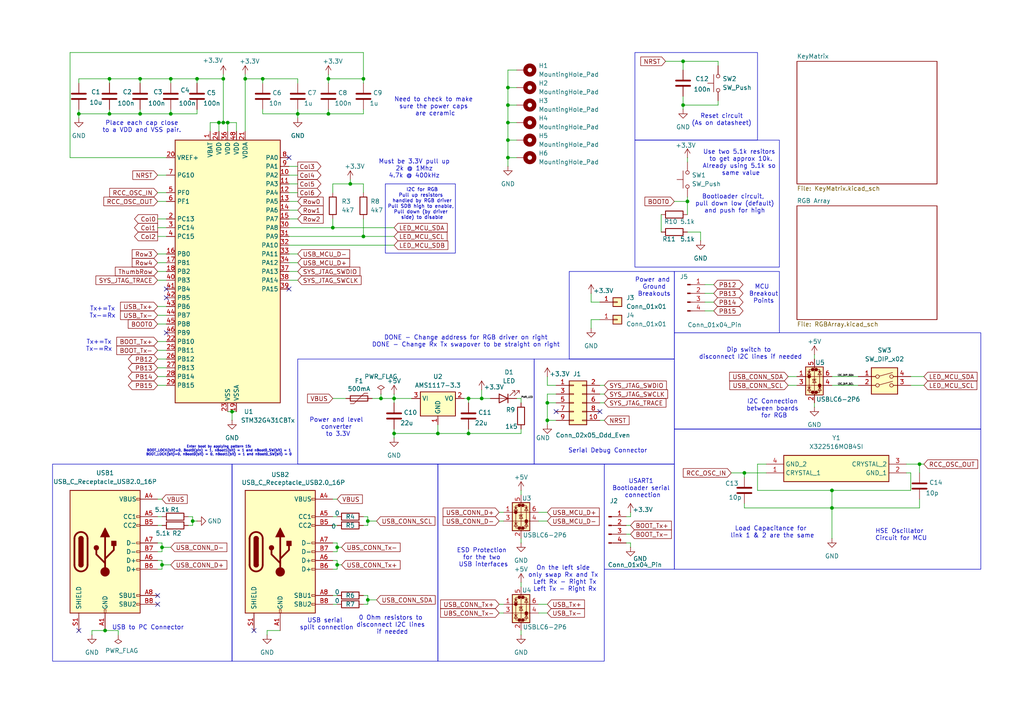
<source format=kicad_sch>
(kicad_sch (version 20250114) (generator "eeschema") (generator_version "9.0")
  (paper "A4")
  (rectangle (start 175.26 134.62) (end 195.58 165.1))
  (rectangle (start 195.58 96.52) (end 284.48 124.46))
  (rectangle (start 184.15 40.64) (end 226.06 77.47))
  (rectangle (start 86.36 104.14) (end 154.94 134.62))
  (rectangle (start 111.76 53.34) (end 132.08 73.406))
  (rectangle (start 67.31 134.62) (end 127 191.77))
  (rectangle (start 154.94 104.14) (end 195.58 134.62))
  (rectangle (start 127 134.62) (end 175.26 191.77))
  (rectangle (start 195.58 124.46) (end 284.48 165.1))
  (rectangle (start 184.15 15.24) (end 219.71 40.64))
  (rectangle (start 165.1 78.74) (end 195.58 104.14))
  (rectangle (start 195.58 78.74) (end 226.06 96.52))
  (rectangle (start 15.24 134.62) (end 67.31 191.77))
  (text "Serial Debug Connector\n" (at 176.276 130.81 0) (effects (font (size 1.27 1.27))))
  (text "Enter boot by applying pattern 15:\nBOOT_LOCK(bit)=0, Boot0(pin) = 1, nBoot1(bit) = 1 and nBoot0_SW(bit) = 1\nBOOT_LOCK(bit)=0, nBoot0(bit) = 0, nBoot1(bit) = 1 and nBoot0_SW(bit) = 0" (at 63.5 130.81 0) (effects (font (size 0.7 0.7))))
  (text "USB to PC Connector\n" (at 42.926 182.118 0) (effects (font (size 1.27 1.27))))
  (text "0 Ohm resistors to \ndisconnect I2C lines \nif needed" (at 113.792 181.356 0) (effects (font (size 1.27 1.27))))
  (text "DONE - Change address for RGB driver on right\nDONE - Change Rx Tx swapover to be straight on right" (at 135.128 99.06 0) (effects (font (size 1.27 1.27))))
  (text "Tx+=Tx\nTx-=Rx" (at 28.702 100.33 0) (effects (font (size 1.27 1.27))))
  (text "Need to check to make \nsure the power caps \nare ceramic" (at 126.238 30.988 0) (effects (font (size 1.27 1.27))))
  (text "HSE Oscillator \nCircuit for MCU" (at 261.366 155.194 0) (effects (font (size 1.27 1.27))))
  (text "I2C Connection \nbetween boards \nfor RGB" (at 224.536 118.618 0) (effects (font (size 1.27 1.27))))
  (text "MCU \nBreakout\nPoints" (at 221.488 85.344 0) (effects (font (size 1.27 1.27))))
  (text "I2C for RGB\nPull up resistors \nhandled by RGB driver\nPull SDB high to enable, \nPull down (by driver \nside) to disable" (at 122.428 59.182 0) (effects (font (size 1 1))))
  (text "Use two 5.1k resitors \nto get approx 10k.\nAlready using 5.1k so \nsame value\n" (at 214.884 47.244 0) (effects (font (size 1.27 1.27))))
  (text "Power and \nGround\nBreakouts\n" (at 189.738 83.312 0) (effects (font (size 1.27 1.27))))
  (text "Tx+=Tx\nTx-=Rx" (at 29.718 90.678 0) (effects (font (size 1.27 1.27))))
  (text "Dip switch to \ndisconnect I2C lines if needed" (at 217.678 102.616 0) (effects (font (size 1.27 1.27))))
  (text "ESD Protection \nfor the two \nUSB interfaces" (at 140.208 161.798 0) (effects (font (size 1.27 1.27))))
  (text "Load Capacitance for \nlink 1 & 2 are the same" (at 224.028 154.432 0) (effects (font (size 1.27 1.27))))
  (text "On the left side \nonly swap Rx and Tx \nLeft Rx - Right Tx\nLeft Tx - Right Rx" (at 163.83 167.894 0) (effects (font (size 1.27 1.27))))
  (text "Bootloader circuit, \npull down low (default)\nand push for high" (at 213.106 59.182 0) (effects (font (size 1.27 1.27))))
  (text "Must be 3.3V pull up\n2k @ 1Mhz\n4.7k @ 400kHz\n" (at 120.142 49.022 0) (effects (font (size 1.27 1.27))))
  (text "Power and level \nconverter \nto 3.3V" (at 98.044 123.952 0) (effects (font (size 1.27 1.27))))
  (text "USART1\nBootloader serial\n connection" (at 185.928 141.732 0) (effects (font (size 1.27 1.27))))
  (text "Place each cap close\nto a VDD and VSS pair." (at 41.148 36.83 0) (effects (font (size 1.27 1.27))))
  (text "USB serial \nsplit connection" (at 94.742 181.102 0) (effects (font (size 1.27 1.27))))
  (text "Reset circuit\n(As on datasheet)\n" (at 209.296 34.798 0) (effects (font (size 1.27 1.27))))
  (junction (at 49.53 33.02))
  (junction (at 215.9 137.16))
  (junction (at 96.52 66.04))
  (junction (at 57.15 22.86))
  (junction (at 86.36 33.02))
  (junction (at 55.88 151.13))
  (junction (at 63.5 35.56))
  (junction (at 76.2 22.86))
  (junction (at 147.32 35.56))
  (junction (at 66.04 35.56))
  (junction (at 31.75 33.02))
  (junction (at 158.75 121.92))
  (junction (at 114.3 125.73))
  (junction (at 139.7 115.57))
  (junction (at 147.32 40.64))
  (junction (at 135.89 125.73))
  (junction (at 241.3 147.32))
  (junction (at 114.3 115.57))
  (junction (at 127 125.73))
  (junction (at 105.41 22.86))
  (junction (at 266.7 134.62))
  (junction (at 95.25 22.86))
  (junction (at 64.77 35.56))
  (junction (at 46.99 163.83))
  (junction (at 241.3 142.24))
  (junction (at 49.53 22.86))
  (junction (at 106.68 173.99))
  (junction (at 64.77 22.86))
  (junction (at 71.12 22.86))
  (junction (at 105.41 68.58))
  (junction (at 135.89 115.57))
  (junction (at 97.79 163.83))
  (junction (at 198.12 17.78))
  (junction (at 110.49 115.57))
  (junction (at 106.68 151.13))
  (junction (at 40.64 33.02))
  (junction (at 40.64 22.86))
  (junction (at 22.86 33.02))
  (junction (at 31.75 22.86))
  (junction (at 198.12 30.48))
  (junction (at 95.25 33.02))
  (junction (at 199.39 58.42))
  (junction (at 147.32 45.72))
  (junction (at 158.75 116.84))
  (junction (at 101.6 53.34))
  (junction (at 30.48 182.88))
  (junction (at 147.32 25.4))
  (junction (at 147.32 30.48))
  (junction (at 97.79 158.75))
  (junction (at 67.31 119.38))
  (junction (at 46.99 158.75))
  (no_connect (at 173.99 119.38))
  (no_connect (at 83.82 45.72))
  (no_connect (at 45.72 172.72))
  (no_connect (at 45.72 175.26))
  (no_connect (at 48.26 86.36))
  (no_connect (at 73.66 182.88))
  (no_connect (at 22.86 182.88))
  (no_connect (at 48.26 83.82))
  (no_connect (at 48.26 96.52))
  (no_connect (at 161.29 119.38))
  (no_connect (at 83.82 83.82))
  (wire (pts (xy 96.52 172.72) (xy 97.79 172.72)))
  (wire (pts (xy 241.3 147.32) (xy 241.3 156.21)))
  (wire (pts (xy 199.39 57.15) (xy 199.39 58.42)))
  (wire (pts (xy 77.47 182.88) (xy 81.28 182.88)))
  (wire (pts (xy 45.72 149.86) (xy 46.99 149.86)))
  (wire (pts (xy 45.72 111.76) (xy 48.26 111.76)))
  (wire (pts (xy 106.68 175.26) (xy 105.41 175.26)))
  (wire (pts (xy 45.72 50.8) (xy 48.26 50.8)))
  (wire (pts (xy 147.32 45.72) (xy 147.32 48.26)))
  (wire (pts (xy 198.12 30.48) (xy 208.28 30.48)))
  (wire (pts (xy 151.13 115.57) (xy 151.13 116.84)))
  (wire (pts (xy 204.47 82.55) (xy 207.01 82.55)))
  (wire (pts (xy 114.3 115.57) (xy 114.3 116.84)))
  (wire (pts (xy 158.75 151.13) (xy 156.21 151.13)))
  (wire (pts (xy 109.22 151.13) (xy 106.68 151.13)))
  (wire (pts (xy 262.89 137.16) (xy 264.16 137.16)))
  (wire (pts (xy 83.82 68.58) (xy 105.41 68.58)))
  (wire (pts (xy 158.75 121.92) (xy 158.75 123.19)))
  (wire (pts (xy 86.36 33.02) (xy 95.25 33.02)))
  (wire (pts (xy 71.12 22.86) (xy 76.2 22.86)))
  (wire (pts (xy 158.75 116.84) (xy 161.29 116.84)))
  (wire (pts (xy 77.47 182.88) (xy 77.47 184.15)))
  (wire (pts (xy 31.75 31.75) (xy 31.75 33.02)))
  (wire (pts (xy 106.68 175.26) (xy 106.68 173.99)))
  (wire (pts (xy 171.45 87.63) (xy 171.45 85.09)))
  (wire (pts (xy 198.12 27.94) (xy 198.12 30.48)))
  (wire (pts (xy 144.78 175.26) (xy 146.05 175.26)))
  (wire (pts (xy 151.13 168.91) (xy 151.13 170.18)))
  (wire (pts (xy 105.41 33.02) (xy 105.41 31.75)))
  (wire (pts (xy 97.79 162.56) (xy 97.79 163.83)))
  (wire (pts (xy 45.72 81.28) (xy 48.26 81.28)))
  (wire (pts (xy 215.9 137.16) (xy 215.9 138.43)))
  (wire (pts (xy 31.75 33.02) (xy 40.64 33.02)))
  (wire (pts (xy 264.16 111.76) (xy 267.97 111.76)))
  (wire (pts (xy 161.29 114.3) (xy 158.75 114.3)))
  (wire (pts (xy 106.68 149.86) (xy 106.68 151.13)))
  (wire (pts (xy 68.58 35.56) (xy 66.04 35.56)))
  (wire (pts (xy 63.5 35.56) (xy 60.96 35.56)))
  (wire (pts (xy 151.13 182.88) (xy 151.13 184.15)))
  (wire (pts (xy 96.52 162.56) (xy 97.79 162.56)))
  (wire (pts (xy 22.86 33.02) (xy 22.86 34.29)))
  (wire (pts (xy 134.62 115.57) (xy 135.89 115.57)))
  (wire (pts (xy 199.39 45.72) (xy 199.39 46.99)))
  (wire (pts (xy 97.79 158.75) (xy 97.79 160.02)))
  (wire (pts (xy 181.61 157.48) (xy 182.88 157.48)))
  (wire (pts (xy 45.72 73.66) (xy 48.26 73.66)))
  (wire (pts (xy 149.86 20.32) (xy 147.32 20.32)))
  (wire (pts (xy 96.52 165.1) (xy 97.79 165.1)))
  (wire (pts (xy 147.32 35.56) (xy 147.32 40.64)))
  (wire (pts (xy 83.82 71.12) (xy 114.3 71.12)))
  (wire (pts (xy 182.88 149.86) (xy 182.88 148.59)))
  (wire (pts (xy 31.75 22.86) (xy 40.64 22.86)))
  (wire (pts (xy 208.28 17.78) (xy 208.28 19.05)))
  (wire (pts (xy 139.7 113.03) (xy 139.7 115.57)))
  (wire (pts (xy 54.61 149.86) (xy 55.88 149.86)))
  (wire (pts (xy 144.78 151.13) (xy 146.05 151.13)))
  (wire (pts (xy 96.52 53.34) (xy 101.6 53.34)))
  (wire (pts (xy 86.36 31.75) (xy 86.36 33.02)))
  (wire (pts (xy 241.3 142.24) (xy 264.16 142.24)))
  (wire (pts (xy 97.79 163.83) (xy 97.79 165.1)))
  (wire (pts (xy 45.72 104.14) (xy 48.26 104.14)))
  (wire (pts (xy 144.78 148.59) (xy 146.05 148.59)))
  (wire (pts (xy 212.09 137.16) (xy 215.9 137.16)))
  (wire (pts (xy 45.72 63.5) (xy 48.26 63.5)))
  (wire (pts (xy 83.82 66.04) (xy 96.52 66.04)))
  (wire (pts (xy 173.99 87.63) (xy 171.45 87.63)))
  (wire (pts (xy 173.99 92.71) (xy 171.45 92.71)))
  (wire (pts (xy 96.52 157.48) (xy 97.79 157.48)))
  (wire (pts (xy 149.86 25.4) (xy 147.32 25.4)))
  (wire (pts (xy 71.12 22.86) (xy 71.12 38.1)))
  (wire (pts (xy 181.61 152.4) (xy 182.88 152.4)))
  (wire (pts (xy 86.36 81.28) (xy 83.82 81.28)))
  (wire (pts (xy 26.67 182.88) (xy 30.48 182.88)))
  (wire (pts (xy 266.7 147.32) (xy 266.7 144.78)))
  (wire (pts (xy 105.41 53.34) (xy 105.41 55.88)))
  (wire (pts (xy 208.28 29.21) (xy 208.28 30.48)))
  (wire (pts (xy 191.77 62.23) (xy 191.77 67.31)))
  (wire (pts (xy 236.22 102.87) (xy 236.22 104.14)))
  (wire (pts (xy 76.2 22.86) (xy 86.36 22.86)))
  (wire (pts (xy 46.99 158.75) (xy 49.53 158.75)))
  (wire (pts (xy 45.72 101.6) (xy 48.26 101.6)))
  (wire (pts (xy 86.36 33.02) (xy 86.36 34.29)))
  (wire (pts (xy 219.71 142.24) (xy 241.3 142.24)))
  (wire (pts (xy 45.72 165.1) (xy 46.99 165.1)))
  (wire (pts (xy 96.52 149.86) (xy 97.79 149.86)))
  (wire (pts (xy 198.12 17.78) (xy 198.12 20.32)))
  (wire (pts (xy 95.25 33.02) (xy 105.41 33.02)))
  (wire (pts (xy 135.89 115.57) (xy 139.7 115.57)))
  (wire (pts (xy 266.7 134.62) (xy 267.97 134.62)))
  (wire (pts (xy 60.96 35.56) (xy 60.96 38.1)))
  (wire (pts (xy 199.39 67.31) (xy 203.2 67.31)))
  (wire (pts (xy 20.32 45.72) (xy 48.26 45.72)))
  (wire (pts (xy 241.3 109.22) (xy 248.92 109.22)))
  (wire (pts (xy 97.79 158.75) (xy 99.06 158.75)))
  (wire (pts (xy 114.3 125.73) (xy 127 125.73)))
  (wire (pts (xy 264.16 137.16) (xy 264.16 142.24)))
  (wire (pts (xy 86.36 22.86) (xy 86.36 24.13)))
  (wire (pts (xy 181.61 154.94) (xy 182.88 154.94)))
  (wire (pts (xy 114.3 115.57) (xy 119.38 115.57)))
  (wire (pts (xy 144.78 177.8) (xy 146.05 177.8)))
  (wire (pts (xy 22.86 33.02) (xy 31.75 33.02)))
  (wire (pts (xy 45.72 76.2) (xy 48.26 76.2)))
  (wire (pts (xy 57.15 22.86) (xy 57.15 24.13)))
  (wire (pts (xy 86.36 78.74) (xy 83.82 78.74)))
  (wire (pts (xy 34.29 184.15) (xy 34.29 182.88)))
  (wire (pts (xy 95.25 21.59) (xy 95.25 22.86)))
  (wire (pts (xy 45.72 66.04) (xy 48.26 66.04)))
  (wire (pts (xy 45.72 91.44) (xy 48.26 91.44)))
  (wire (pts (xy 96.52 66.04) (xy 114.3 66.04)))
  (wire (pts (xy 64.77 21.59) (xy 64.77 22.86)))
  (wire (pts (xy 45.72 157.48) (xy 46.99 157.48)))
  (wire (pts (xy 199.39 58.42) (xy 199.39 62.23)))
  (wire (pts (xy 96.52 63.5) (xy 96.52 66.04)))
  (wire (pts (xy 20.32 15.24) (xy 105.41 15.24)))
  (wire (pts (xy 158.75 121.92) (xy 161.29 121.92)))
  (wire (pts (xy 127 125.73) (xy 127 123.19)))
  (wire (pts (xy 147.32 25.4) (xy 147.32 30.48)))
  (wire (pts (xy 158.75 111.76) (xy 158.75 109.22)))
  (wire (pts (xy 45.72 106.68) (xy 48.26 106.68)))
  (wire (pts (xy 76.2 22.86) (xy 76.2 24.13)))
  (wire (pts (xy 110.49 115.57) (xy 114.3 115.57)))
  (wire (pts (xy 106.68 172.72) (xy 106.68 173.99)))
  (wire (pts (xy 101.6 52.07) (xy 101.6 53.34)))
  (wire (pts (xy 105.41 68.58) (xy 114.3 68.58)))
  (wire (pts (xy 46.99 144.78) (xy 45.72 144.78)))
  (wire (pts (xy 86.36 48.26) (xy 83.82 48.26)))
  (wire (pts (xy 96.52 55.88) (xy 96.52 53.34)))
  (wire (pts (xy 158.75 116.84) (xy 158.75 121.92)))
  (wire (pts (xy 151.13 125.73) (xy 135.89 125.73)))
  (wire (pts (xy 182.88 157.48) (xy 182.88 158.75)))
  (wire (pts (xy 71.12 21.59) (xy 71.12 22.86)))
  (wire (pts (xy 114.3 114.3) (xy 114.3 115.57)))
  (wire (pts (xy 158.75 177.8) (xy 156.21 177.8)))
  (wire (pts (xy 22.86 22.86) (xy 31.75 22.86)))
  (wire (pts (xy 147.32 35.56) (xy 149.86 35.56)))
  (wire (pts (xy 228.6 111.76) (xy 231.14 111.76)))
  (wire (pts (xy 68.58 38.1) (xy 68.58 35.56)))
  (wire (pts (xy 86.36 60.96) (xy 83.82 60.96)))
  (wire (pts (xy 149.86 45.72) (xy 147.32 45.72)))
  (wire (pts (xy 241.3 111.76) (xy 248.92 111.76)))
  (wire (pts (xy 46.99 157.48) (xy 46.99 158.75)))
  (wire (pts (xy 95.25 22.86) (xy 95.25 24.13)))
  (wire (pts (xy 40.64 22.86) (xy 49.53 22.86)))
  (wire (pts (xy 204.47 87.63) (xy 207.01 87.63)))
  (wire (pts (xy 204.47 90.17) (xy 207.01 90.17)))
  (wire (pts (xy 106.68 152.4) (xy 105.41 152.4)))
  (wire (pts (xy 106.68 173.99) (xy 109.22 173.99)))
  (wire (pts (xy 40.64 31.75) (xy 40.64 33.02)))
  (wire (pts (xy 45.72 109.22) (xy 48.26 109.22)))
  (wire (pts (xy 175.26 116.84) (xy 173.99 116.84)))
  (wire (pts (xy 76.2 33.02) (xy 86.36 33.02)))
  (wire (pts (xy 147.32 30.48) (xy 147.32 35.56)))
  (wire (pts (xy 45.72 68.58) (xy 48.26 68.58)))
  (wire (pts (xy 86.36 55.88) (xy 83.82 55.88)))
  (wire (pts (xy 86.36 76.2) (xy 83.82 76.2)))
  (wire (pts (xy 49.53 22.86) (xy 49.53 24.13)))
  (wire (pts (xy 45.72 78.74) (xy 48.26 78.74)))
  (wire (pts (xy 55.88 149.86) (xy 55.88 151.13)))
  (wire (pts (xy 158.75 114.3) (xy 158.75 116.84)))
  (wire (pts (xy 262.89 134.62) (xy 266.7 134.62)))
  (wire (pts (xy 106.68 172.72) (xy 105.41 172.72)))
  (wire (pts (xy 101.6 53.34) (xy 105.41 53.34)))
  (wire (pts (xy 151.13 156.21) (xy 151.13 157.48)))
  (wire (pts (xy 96.52 175.26) (xy 97.79 175.26)))
  (wire (pts (xy 55.88 152.4) (xy 55.88 151.13)))
  (wire (pts (xy 114.3 125.73) (xy 114.3 127)))
  (wire (pts (xy 46.99 160.02) (xy 45.72 160.02)))
  (wire (pts (xy 45.72 99.06) (xy 48.26 99.06)))
  (wire (pts (xy 46.99 162.56) (xy 46.99 163.83)))
  (wire (pts (xy 86.36 50.8) (xy 83.82 50.8)))
  (wire (pts (xy 45.72 88.9) (xy 48.26 88.9)))
  (wire (pts (xy 63.5 35.56) (xy 63.5 38.1)))
  (wire (pts (xy 175.26 121.92) (xy 173.99 121.92)))
  (wire (pts (xy 161.29 111.76) (xy 158.75 111.76)))
  (wire (pts (xy 107.95 115.57) (xy 110.49 115.57)))
  (wire (pts (xy 22.86 22.86) (xy 22.86 24.13)))
  (wire (pts (xy 64.77 22.86) (xy 64.77 35.56)))
  (wire (pts (xy 222.25 134.62) (xy 219.71 134.62)))
  (wire (pts (xy 49.53 31.75) (xy 49.53 33.02)))
  (wire (pts (xy 198.12 31.75) (xy 198.12 30.48)))
  (wire (pts (xy 45.72 152.4) (xy 46.99 152.4)))
  (wire (pts (xy 158.75 175.26) (xy 156.21 175.26)))
  (wire (pts (xy 46.99 158.75) (xy 46.99 160.02)))
  (wire (pts (xy 46.99 163.83) (xy 49.53 163.83)))
  (wire (pts (xy 76.2 31.75) (xy 76.2 33.02)))
  (wire (pts (xy 46.99 163.83) (xy 46.99 165.1)))
  (wire (pts (xy 114.3 124.46) (xy 114.3 125.73)))
  (wire (pts (xy 97.79 157.48) (xy 97.79 158.75)))
  (wire (pts (xy 236.22 116.84) (xy 236.22 118.11)))
  (wire (pts (xy 241.3 142.24) (xy 241.3 147.32)))
  (wire (pts (xy 49.53 33.02) (xy 40.64 33.02)))
  (wire (pts (xy 228.6 109.22) (xy 231.14 109.22)))
  (wire (pts (xy 86.36 53.34) (xy 83.82 53.34)))
  (wire (pts (xy 156.21 148.59) (xy 158.75 148.59)))
  (wire (pts (xy 67.31 119.38) (xy 68.58 119.38)))
  (wire (pts (xy 203.2 67.31) (xy 203.2 69.85)))
  (wire (pts (xy 215.9 146.05) (xy 215.9 147.32)))
  (wire (pts (xy 86.36 63.5) (xy 83.82 63.5)))
  (wire (pts (xy 105.41 22.86) (xy 105.41 24.13)))
  (wire (pts (xy 54.61 152.4) (xy 55.88 152.4)))
  (wire (pts (xy 96.52 144.78) (xy 97.79 144.78)))
  (wire (pts (xy 26.67 182.88) (xy 26.67 184.15)))
  (wire (pts (xy 105.41 15.24) (xy 105.41 22.86)))
  (wire (pts (xy 175.26 114.3) (xy 173.99 114.3)))
  (wire (pts (xy 96.52 115.57) (xy 100.33 115.57)))
  (wire (pts (xy 151.13 124.46) (xy 151.13 125.73)))
  (wire (pts (xy 97.79 163.83) (xy 99.06 163.83)))
  (wire (pts (xy 198.12 17.78) (xy 208.28 17.78)))
  (wire (pts (xy 57.15 33.02) (xy 49.53 33.02)))
  (wire (pts (xy 40.64 22.86) (xy 40.64 24.13)))
  (wire (pts (xy 110.49 114.3) (xy 110.49 115.57)))
  (wire (pts (xy 66.04 35.56) (xy 66.04 38.1)))
  (wire (pts (xy 151.13 142.24) (xy 151.13 143.51)))
  (wire (pts (xy 181.61 149.86) (xy 182.88 149.86)))
  (wire (pts (xy 222.25 137.16) (xy 215.9 137.16)))
  (wire (pts (xy 45.72 58.42) (xy 48.26 58.42)))
  (wire (pts (xy 147.32 40.64) (xy 147.32 45.72)))
  (wire (pts (xy 55.88 151.13) (xy 57.15 151.13)))
  (wire (pts (xy 147.32 40.64) (xy 149.86 40.64)))
  (wire (pts (xy 86.36 73.66) (xy 83.82 73.66)))
  (wire (pts (xy 193.04 17.78) (xy 198.12 17.78)))
  (wire (pts (xy 215.9 147.32) (xy 241.3 147.32)))
  (wire (pts (xy 106.68 151.13) (xy 106.68 152.4)))
  (wire (pts (xy 45.72 55.88) (xy 48.26 55.88)))
  (wire (pts (xy 204.47 85.09) (xy 207.01 85.09)))
  (wire (pts (xy 105.41 63.5) (xy 105.41 68.58)))
  (wire (pts (xy 45.72 162.56) (xy 46.99 162.56)))
  (wire (pts (xy 264.16 109.22) (xy 267.97 109.22)))
  (wire (pts (xy 147.32 20.32) (xy 147.32 25.4)))
  (wire (pts (xy 66.04 119.38) (xy 67.31 119.38)))
  (wire (pts (xy 171.45 92.71) (xy 171.45 95.25)))
  (wire (pts (xy 135.89 124.46) (xy 135.89 125.73)))
  (wire (pts (xy 57.15 22.86) (xy 64.77 22.86)))
  (wire (pts (xy 45.72 93.98) (xy 48.26 93.98)))
  (wire (pts (xy 66.04 35.56) (xy 64.77 35.56)))
  (wire (pts (xy 86.36 58.42) (xy 83.82 58.42)))
  (wire (pts (xy 64.77 35.56) (xy 63.5 35.56)))
  (wire (pts (xy 67.31 119.38) (xy 67.31 121.92)))
  (wire (pts (xy 95.25 22.86) (xy 105.41 22.86)))
  (wire (pts (xy 149.86 115.57) (xy 151.13 115.57)))
  (wire (pts (xy 95.25 33.02) (xy 95.25 31.75)))
  (wire (pts (xy 49.53 22.86) (xy 57.15 22.86)))
  (wire (pts (xy 97.79 160.02) (xy 96.52 160.02)))
  (wire (pts (xy 31.75 22.86) (xy 31.75 24.13)))
  (wire (pts (xy 106.68 149.86) (xy 105.41 149.86)))
  (wire (pts (xy 22.86 31.75) (xy 22.86 33.02)))
  (wire (pts (xy 219.71 134.62) (xy 219.71 142.24)))
  (wire (pts (xy 127 125.73) (xy 135.89 125.73)))
  (wire (pts (xy 266.7 147.32) (xy 241.3 147.32)))
  (wire (pts (xy 135.89 115.57) (xy 135.89 116.84)))
  (wire (pts (xy 96.52 152.4) (xy 97.79 152.4)))
  (wire (pts (xy 195.58 58.42) (xy 199.39 58.42)))
  (wire (pts (xy 57.15 31.75) (xy 57.15 33.02)))
  (wire (pts (xy 147.32 30.48) (xy 149.86 30.48)))
  (wire (pts (xy 20.32 45.72) (xy 20.32 15.24)))
  (wire (pts (xy 175.26 111.76) (xy 173.99 111.76)))
  (wire (pts (xy 139.7 115.57) (xy 142.24 115.57)))
  (wire (pts (xy 34.29 182.88) (xy 30.48 182.88)))
  (wire (pts (xy 266.7 134.62) (xy 266.7 137.16)))
  (label "I2C_DIP_SCL" (at 247.65 111.76 180) (effects (font (size 0.5 0.5))))
  (label "I2C_DIP_SDA" (at 247.65 109.22 180) (effects (font (size 0.5 0.5))))
  (label "PWR_LED" (at 151.13 115.57 0) (effects (font (size 0.5 0.5))))
  (global_label "USB_Tx-" (shape input) (at 158.75 177.8 0) (property "Intersheetrefs" "${INTERSHEET_REFS}" (effects (hide yes))))
  (global_label "USB_Tx+" (shape input) (at 45.72 88.9 180) (property "Intersheetrefs" "${INTERSHEET_REFS}" (effects (hide yes))))
  (global_label "PB15" (shape bidirectional) (at 207.01 90.17 0) (property "Intersheetrefs" "${INTERSHEET_REFS}" (effects (hide yes))))
  (global_label "Row3" (shape input) (at 45.72 73.66 180) (property "Intersheetrefs" "${INTERSHEET_REFS}" (effects (hide yes))))
  (global_label "USB_CONN_SDA" (shape input) (at 228.6 109.22 180) (property "Intersheetrefs" "${INTERSHEET_REFS}" (effects (hide yes))))
  (global_label "ThumbRow" (shape input) (at 45.72 78.74 180) (property "Intersheetrefs" "${INTERSHEET_REFS}" (effects (hide yes))))
  (global_label "PB12" (shape bidirectional) (at 207.01 82.55 0) (property "Intersheetrefs" "${INTERSHEET_REFS}" (effects (hide yes))))
  (global_label "PB14" (shape bidirectional) (at 207.01 87.63 0) (property "Intersheetrefs" "${INTERSHEET_REFS}" (effects (hide yes))))
  (global_label "VBUS" (shape input) (at 46.99 144.78 0) (property "Intersheetrefs" "${INTERSHEET_REFS}" (effects (hide yes))))
  (global_label "PB14" (shape bidirectional) (at 45.72 109.22 180) (property "Intersheetrefs" "${INTERSHEET_REFS}" (effects (hide yes))))
  (global_label "BOOT0" (shape input) (at 195.58 58.42 180) (property "Intersheetrefs" "${INTERSHEET_REFS}" (effects (hide yes))))
  (global_label "Col3" (shape output) (at 86.36 48.26 0) (property "Intersheetrefs" "${INTERSHEET_REFS}" (effects (hide yes))))
  (global_label "Col6" (shape output) (at 86.36 55.88 0) (property "Intersheetrefs" "${INTERSHEET_REFS}" (effects (hide yes))))
  (global_label "Col2" (shape output) (at 45.72 68.58 180) (property "Intersheetrefs" "${INTERSHEET_REFS}" (effects (hide yes))))
  (global_label "PB13" (shape bidirectional) (at 45.72 106.68 180) (property "Intersheetrefs" "${INTERSHEET_REFS}" (effects (hide yes))))
  (global_label "LED_MCU_SDA" (shape input) (at 267.97 109.22 0) (property "Intersheetrefs" "${INTERSHEET_REFS}" (effects (hide yes))))
  (global_label "RCC_OSC_OUT" (shape input) (at 45.72 58.42 180) (property "Intersheetrefs" "${INTERSHEET_REFS}" (effects (hide yes))))
  (global_label "USB_MCU_D-" (shape input) (at 158.75 151.13 0) (property "Intersheetrefs" "${INTERSHEET_REFS}" (effects (hide yes))))
  (global_label "Row0" (shape input) (at 86.36 58.42 0) (property "Intersheetrefs" "${INTERSHEET_REFS}" (effects (hide yes))))
  (global_label "SYS_JTAG_TRACE" (shape input) (at 45.72 81.28 180) (property "Intersheetrefs" "${INTERSHEET_REFS}" (effects (hide yes))))
  (global_label "LED_MCU_SDA" (shape input) (at 114.3 66.04 0) (property "Intersheetrefs" "${INTERSHEET_REFS}" (effects (hide yes))))
  (global_label "BOOT_Tx+" (shape input) (at 182.88 152.4 0) (property "Intersheetrefs" "${INTERSHEET_REFS}" (effects (hide yes))))
  (global_label "Col0" (shape output) (at 45.72 63.5 180) (property "Intersheetrefs" "${INTERSHEET_REFS}" (effects (hide yes))))
  (global_label "RCC_OSC_OUT" (shape input) (at 267.97 134.62 0) (property "Intersheetrefs" "${INTERSHEET_REFS}" (effects (hide yes))))
  (global_label "Col5" (shape output) (at 86.36 53.34 0) (property "Intersheetrefs" "${INTERSHEET_REFS}" (effects (hide yes))))
  (global_label "USB_CONN_D+" (shape input) (at 49.53 163.83 0) (property "Intersheetrefs" "${INTERSHEET_REFS}" (effects (hide yes))))
  (global_label "BOOT_Tx-" (shape input) (at 182.88 154.94 0) (property "Intersheetrefs" "${INTERSHEET_REFS}" (effects (hide yes))))
  (global_label "RCC_OSC_IN" (shape input) (at 45.72 55.88 180) (property "Intersheetrefs" "${INTERSHEET_REFS}" (effects (hide yes))))
  (global_label "RCC_OSC_IN" (shape input) (at 212.09 137.16 180) (property "Intersheetrefs" "${INTERSHEET_REFS}" (effects (hide yes))))
  (global_label "Row4" (shape input) (at 45.72 76.2 180) (property "Intersheetrefs" "${INTERSHEET_REFS}" (effects (hide yes))))
  (global_label "PB12" (shape bidirectional) (at 45.72 104.14 180) (property "Intersheetrefs" "${INTERSHEET_REFS}" (effects (hide yes))))
  (global_label "USB_MCU_D+" (shape input) (at 158.75 148.59 0) (property "Intersheetrefs" "${INTERSHEET_REFS}" (effects (hide yes))))
  (global_label "USB_MCU_D+" (shape input) (at 86.36 76.2 0) (property "Intersheetrefs" "${INTERSHEET_REFS}" (effects (hide yes))))
  (global_label "BOOT_Tx-" (shape input) (at 45.72 101.6 180) (property "Intersheetrefs" "${INTERSHEET_REFS}" (effects (hide yes))))
  (global_label "Col1" (shape output) (at 45.72 66.04 180) (property "Intersheetrefs" "${INTERSHEET_REFS}" (effects (hide yes))))
  (global_label "NRST" (shape input) (at 45.72 50.8 180) (property "Intersheetrefs" "${INTERSHEET_REFS}" (effects (hide yes))))
  (global_label "PB13" (shape bidirectional) (at 207.01 85.09 0) (property "Intersheetrefs" "${INTERSHEET_REFS}" (effects (hide yes))))
  (global_label "SYS_JTAG_SWDIO" (shape input) (at 175.26 111.76 0) (property "Intersheetrefs" "${INTERSHEET_REFS}" (effects (hide yes))))
  (global_label "LED_MCU_SCL" (shape input) (at 114.3 68.58 0) (property "Intersheetrefs" "${INTERSHEET_REFS}" (effects (hide yes))))
  (global_label "SYS_JTAG_TRACE" (shape input) (at 175.26 116.84 0) (property "Intersheetrefs" "${INTERSHEET_REFS}" (effects (hide yes))))
  (global_label "USB_CONN_Tx+" (shape input) (at 99.06 163.83 0) (property "Intersheetrefs" "${INTERSHEET_REFS}" (effects (hide yes))))
  (global_label "USB_CONN_D-" (shape input) (at 49.53 158.75 0) (property "Intersheetrefs" "${INTERSHEET_REFS}" (effects (hide yes))))
  (global_label "USB_CONN_D-" (shape input) (at 144.78 151.13 180) (property "Intersheetrefs" "${INTERSHEET_REFS}" (effects (hide yes))))
  (global_label "SYS_JTAG_SWCLK" (shape input) (at 175.26 114.3 0) (property "Intersheetrefs" "${INTERSHEET_REFS}" (effects (hide yes))))
  (global_label "USB_CONN_SCL" (shape input) (at 109.22 151.13 0) (property "Intersheetrefs" "${INTERSHEET_REFS}" (effects (hide yes))))
  (global_label "USB_MCU_D-" (shape input) (at 86.36 73.66 0) (property "Intersheetrefs" "${INTERSHEET_REFS}" (effects (hide yes))))
  (global_label "VBUS" (shape input) (at 97.79 144.78 0) (property "Intersheetrefs" "${INTERSHEET_REFS}" (effects (hide yes))))
  (global_label "USB_CONN_D+" (shape input) (at 144.78 148.59 180) (property "Intersheetrefs" "${INTERSHEET_REFS}" (effects (hide yes))))
  (global_label "Col4" (shape output) (at 86.36 50.8 0) (property "Intersheetrefs" "${INTERSHEET_REFS}" (effects (hide yes))))
  (global_label "SYS_JTAG_SWDIO" (shape input) (at 86.36 78.74 0) (property "Intersheetrefs" "${INTERSHEET_REFS}" (effects (hide yes))))
  (global_label "BOOT0" (shape input) (at 45.72 93.98 180) (property "Intersheetrefs" "${INTERSHEET_REFS}" (effects (hide yes))))
  (global_label "PB15" (shape bidirectional) (at 45.72 111.76 180) (property "Intersheetrefs" "${INTERSHEET_REFS}" (effects (hide yes))))
  (global_label "LED_MCU_SCL" (shape input) (at 267.97 111.76 0) (property "Intersheetrefs" "${INTERSHEET_REFS}" (effects (hide yes))))
  (global_label "Row2" (shape input) (at 86.36 63.5 0) (property "Intersheetrefs" "${INTERSHEET_REFS}" (effects (hide yes))))
  (global_label "USB_CONN_Tx+" (shape input) (at 144.78 175.26 180) (property "Intersheetrefs" "${INTERSHEET_REFS}" (effects (hide yes))))
  (global_label "SYS_JTAG_SWCLK" (shape input) (at 86.36 81.28 0) (property "Intersheetrefs" "${INTERSHEET_REFS}" (effects (hide yes))))
  (global_label "NRST" (shape input) (at 193.04 17.78 180) (property "Intersheetrefs" "${INTERSHEET_REFS}" (effects (hide yes))))
  (global_label "UBS_CONN_Tx-" (shape input) (at 144.78 177.8 180) (property "Intersheetrefs" "${INTERSHEET_REFS}" (effects (hide yes))))
  (global_label "Row1" (shape input) (at 86.36 60.96 0) (property "Intersheetrefs" "${INTERSHEET_REFS}" (effects (hide yes))))
  (global_label "BOOT_Tx+" (shape input) (at 45.72 99.06 180) (property "Intersheetrefs" "${INTERSHEET_REFS}" (effects (hide yes))))
  (global_label "USB_Tx-" (shape input) (at 45.72 91.44 180) (property "Intersheetrefs" "${INTERSHEET_REFS}" (effects (hide yes))))
  (global_label "USB_Tx+" (shape input) (at 158.75 175.26 0) (property "Intersheetrefs" "${INTERSHEET_REFS}" (effects (hide yes))))
  (global_label "VBUS" (shape input) (at 96.52 115.57 180) (property "Intersheetrefs" "${INTERSHEET_REFS}" (effects (hide yes))))
  (global_label "USB_CONN_SCL" (shape input) (at 228.6 111.76 180) (property "Intersheetrefs" "${INTERSHEET_REFS}" (effects (hide yes))))
  (global_label "USB_CONN_SDA" (shape input) (at 109.22 173.99 0) (property "Intersheetrefs" "${INTERSHEET_REFS}" (effects (hide yes))))
  (global_label "LED_MCU_SDB" (shape input) (at 114.3 71.12 0) (property "Intersheetrefs" "${INTERSHEET_REFS}" (effects (hide yes))))
  (global_label "NRST" (shape input) (at 175.26 121.92 0) (property "Intersheetrefs" "${INTERSHEET_REFS}" (effects (hide yes))))
  (global_label "UBS_CONN_Tx-" (shape input) (at 99.06 158.75 0) (property "Intersheetrefs" "${INTERSHEET_REFS}" (effects (hide yes))))
  (symbol (lib_id "power:PWR_FLAG") (at 110.49 114.3 0) (unit 1)
    (property "Reference" "#FLG02" (effects (hide yes)))
    (property "Value" "PWR_FLAG" (at 110.49 109.22 0))
    (property "Description" "Special symbol for telling ERC where power comes from" (effects (hide yes)))
  )
  (symbol (lib_id "Mechanical:MountingHole_Pad") (at 152.4 30.48 270) (unit 1) (in_bom no)
    (property "Reference" "H3" (at 156.21 29.2099 90) (effects (justify left)))
    (property "Value" "MountingHole_Pad" (at 156.21 31.7499 90) (effects (justify left)))
    (property "Footprint" "MountingHole:MountingHole_3.2mm_M3_Pad_Via" (effects (hide yes)))
    (property "Description" "Mounting Hole with connection" (effects (hide yes)))
  )
  (symbol (lib_id "Connector_Generic:Conn_01x01") (at 179.07 92.71 0) (unit 1)
    (property "Reference" "J4" (at 181.61 91.4399 0) (effects (justify left)))
    (property "Value" "Conn_01x01" (at 181.61 93.9799 0) (effects (justify left)))
    (property "Footprint" "Connector_Wire:SolderWire-0.1sqmm_1x01_D0.4mm_OD1mm" (effects (hide yes)))
    (property "Description" "Generic connector, single row, 01x01, script generated (kicad-library-utils/schlib/autogen/connector/)" (effects (hide yes)))
  )
  (symbol (lib_id "power:GND") (at 77.47 184.15 0) (unit 1)
    (property "Reference" "#PWR07" (effects (hide yes)))
    (property "Value" "GND" (at 77.47 189.23 0))
    (property "Description" "Power symbol creates a global label with name \"GND\" , ground" (effects (hide yes)))
  )
  (symbol (lib_id "Mechanical:MountingHole_Pad") (at 152.4 45.72 270) (unit 1) (in_bom no)
    (property "Reference" "H6" (at 156.21 44.4499 90) (effects (justify left)))
    (property "Value" "MountingHole_Pad" (at 156.21 46.9899 90) (effects (justify left)))
    (property "Footprint" "MountingHole:MountingHole_3.2mm_M3_Pad_Via" (effects (hide yes)))
    (property "Description" "Mounting Hole with connection" (effects (hide yes)))
  )
  (symbol (lib_id "Mechanical:MountingHole_Pad") (at 152.4 20.32 270) (unit 1) (in_bom no)
    (property "Reference" "H1" (at 156.21 19.0499 90) (effects (justify left)))
    (property "Value" "MountingHole_Pad" (at 156.21 21.5899 90) (effects (justify left)))
    (property "Footprint" "MountingHole:MountingHole_3.2mm_M3_Pad_Via" (effects (hide yes)))
    (property "Description" "Mounting Hole with connection" (effects (hide yes)))
  )
  (symbol (lib_id "Mechanical:MountingHole_Pad") (at 152.4 40.64 270) (unit 1) (in_bom no)
    (property "Reference" "H5" (at 156.21 39.3699 90) (effects (justify left)))
    (property "Value" "MountingHole_Pad" (at 156.21 41.9099 90) (effects (justify left)))
    (property "Footprint" "MountingHole:MountingHole_3.2mm_M3_Pad_Via" (effects (hide yes)))
    (property "Description" "Mounting Hole with connection" (effects (hide yes)))
  )
  (symbol (lib_id "MCU_ST_STM32G4:STM32G431CBTx") (at 66.04 78.74 0) (unit 1)
    (property "Reference" "U1" (at 70.7233 119.38 0) (effects (justify left)))
    (property "Value" "STM32G431CBTx" (at 69.85 121.92 0) (effects (justify left)))
    (property "Footprint" "Package_QFP:LQFP-48_7x7mm_P0.5mm" (effects (hide yes)))
    (property "Datasheet" "https://www.st.com/resource/en/datasheet/stm32g431cb.pdf" (effects (hide yes)))
    (property "Description" "STMicroelectronics Arm Cortex-M4 MCU, 128KB flash, 32KB RAM, 170 MHz, 1.71-3.6V, 38 GPIO, LQFP48" (effects (hide yes)))
  )
  (symbol (lib_id "power:+5V") (at 151.13 142.24 0) (unit 1)
    (property "Reference" "#PWR015" (effects (hide yes)))
    (property "Value" "+5V" (at 151.13 138.43 0))
    (property "Description" "Power symbol creates a global label with name \"+5V\"" (effects (hide yes)))
  )
  (symbol (lib_id "Device:R") (at 101.6 149.86 270) (unit 1)
    (property "Reference" "R4" (at 101.6 149.86 90))
    (property "Value" "0" (at 97.79 148.844 90))
    (property "Footprint" "Resistor_SMD:R_0805_2012Metric" (effects (hide yes)))
    (property "Description" "Resistor" (effects (hide yes)))
  )
  (symbol (lib_id "power:+5V") (at 236.22 102.87 0) (unit 1)
    (property "Reference" "#PWR028" (effects (hide yes)))
    (property "Value" "+5V" (at 236.22 99.06 0))
    (property "Description" "Power symbol creates a global label with name \"+5V\"" (effects (hide yes)))
  )
  (symbol (lib_id "power:GND") (at 182.88 158.75 0) (unit 1)
    (property "Reference" "#PWR024" (effects (hide yes)))
    (property "Value" "GND" (at 185.674 162.052 0))
    (property "Description" "Power symbol creates a global label with name \"GND\" , ground" (effects (hide yes)))
  )
  (symbol (lib_id "Device:C") (at 215.9 142.24 0) (unit 1)
    (property "Reference" "C13" (at 210.312 140.208 0) (effects (justify left)))
    (property "Value" "10p" (at 211.328 144.272 0) (effects (justify left)))
    (property "Footprint" "Capacitor_SMD:C_0402_1005Metric" (effects (hide yes)))
    (property "Description" "Unpolarized capacitor" (effects (hide yes)))
  )
  (symbol (lib_id "Power_Protection:USBLC6-2P6") (at 151.13 148.59 0) (unit 1)
    (property "Reference" "U3" (at 151.384 144.526 0) (effects (justify left)))
    (property "Value" "USBLC6-2P6" (at 151.638 155.194 0) (effects (justify left)))
    (property "Footprint" "Package_TO_SOT_SMD:SOT-666" (effects (hide yes)))
    (property "Datasheet" "https://www.st.com/resource/en/datasheet/usblc6-2.pdf" (effects (hide yes)))
    (property "Description" "Very low capacitance ESD protection diode, 2 data-line, SOT-666" (effects (hide yes)))
    (property "Link" "https://jlcpcb.com/partdetail/31512546-USBLC6_2P6_UMW/C29780639" (effects (hide yes)))
  )
  (symbol (lib_id "Power_Protection:USBLC6-2P6") (at 236.22 109.22 0) (unit 1)
    (property "Reference" "U5" (at 236.474 105.156 0) (effects (justify left)))
    (property "Value" "USBLC6-2P6" (at 236.728 115.824 0) (effects (justify left)))
    (property "Footprint" "Package_TO_SOT_SMD:SOT-666" (effects (hide yes)))
    (property "Datasheet" "https://www.st.com/resource/en/datasheet/usblc6-2.pdf" (effects (hide yes)))
    (property "Description" "Very low capacitance ESD protection diode, 2 data-line, SOT-666" (effects (hide yes)))
    (property "Link" "https://jlcpcb.com/partdetail/31512546-USBLC6_2P6_UMW/C29780639" (effects (hide yes)))
  )
  (symbol (lib_id "power:GND") (at 114.3 127 0) (unit 1)
    (property "Reference" "#PWR012" (effects (hide yes)))
    (property "Value" "GND" (at 114.3 132.08 0))
    (property "Description" "Power symbol creates a global label with name \"GND\" , ground" (effects (hide yes)))
  )
  (symbol (lib_id "Connector:Conn_01x04_Pin") (at 176.53 152.4 0) (unit 1)
    (property "Reference" "J2" (at 178.054 145.288 0))
    (property "Value" "Conn_01x04_Pin" (at 184.15 163.83 0))
    (property "Footprint" "Connector_PinSocket_2.54mm:PinSocket_1x04_P2.54mm_Vertical" (effects (hide yes)))
    (property "Description" "Generic connector, single row, 01x04, script generated" (effects (hide yes)))
  )
  (symbol (lib_id "power:GND") (at 158.75 123.19 0) (unit 1)
    (property "Reference" "#PWR020" (effects (hide yes)))
    (property "Value" "GND" (at 157.48 127 0))
    (property "Description" "Power symbol creates a global label with name \"GND\" , ground" (effects (hide yes)))
  )
  (symbol (lib_id "power:+3.3V") (at 199.39 45.72 0) (unit 1)
    (property "Reference" "#PWR026" (effects (hide yes)))
    (property "Value" "+3.3V" (at 198.882 42.164 0))
    (property "Description" "Power symbol creates a global label with name \"+3.3V\"" (effects (hide yes)))
  )
  (symbol (lib_id "Device:R") (at 151.13 120.65 180) (unit 1)
    (property "Reference" "R9" (at 148.082 118.872 0))
    (property "Value" "1k5" (at 148.336 123.698 0))
    (property "Footprint" "Resistor_SMD:R_0201_0603Metric" (effects (hide yes)))
    (property "Description" "Resistor" (effects (hide yes)))
  )
  (symbol (lib_id "power:+3.3V") (at 95.25 21.59 0) (unit 1)
    (property "Reference" "#PWR09" (effects (hide yes)))
    (property "Value" "+3.3V" (at 96.52 17.78 0))
    (property "Description" "Power symbol creates a global label with name \"+3.3V\"" (effects (hide yes)))
  )
  (symbol (lib_id "Switch:SW_Push") (at 208.28 24.13 90) (unit 1)
    (property "Reference" "SW2" (at 209.55 22.8599 90) (effects (justify right)))
    (property "Value" "SW_Push" (at 209.55 25.3999 90) (effects (justify right)))
    (property "Footprint" "Button_Switch_SMD:SW_SPST_B3U-1000P" (effects (hide yes)))
    (property "Description" "Push button switch, generic, two pins" (effects (hide yes)))
  )
  (symbol (lib_id "power:GND") (at 171.45 95.25 0) (unit 1)
    (property "Reference" "#PWR022" (effects (hide yes)))
    (property "Value" "GND" (at 171.45 100.33 0))
    (property "Description" "Power symbol creates a global label with name \"GND\" , ground" (effects (hide yes)))
  )
  (symbol (lib_id "Device:Polyfuse") (at 104.14 115.57 90) (unit 1)
    (property "Reference" "F1" (at 104.14 110.49 90))
    (property "Value" "500mA" (at 104.14 112.776 90))
    (property "Footprint" "Fuse:Fuse_1206_3216Metric" (effects (hide yes)))
    (property "Description" "Resettable fuse, polymeric positive temperature coefficient" (effects (hide yes)))
  )
  (symbol (lib_id "Connector_Generic:Conn_01x01") (at 179.07 87.63 0) (unit 1)
    (property "Reference" "J3" (at 181.61 86.3599 0) (effects (justify left)))
    (property "Value" "Conn_01x01" (at 181.61 88.8999 0) (effects (justify left)))
    (property "Footprint" "Connector_Wire:SolderWire-0.1sqmm_1x01_D0.4mm_OD1mm" (effects (hide yes)))
    (property "Description" "Generic connector, single row, 01x01, script generated (kicad-library-utils/schlib/autogen/connector/)" (effects (hide yes)))
  )
  (symbol (lib_id "Connector:USB_C_Receptacle_USB2.0_16P") (at 81.28 160.02 0) (unit 1)
    (property "Reference" "USB2" (at 81.28 137.668 0))
    (property "Value" "USB_C_Receptacle_USB2.0_16P" (at 85.09 139.954 0))
    (property "Footprint" "Connector_USB:USB_C_Receptacle_G-Switch_GT-USB-7010ASV" (effects (hide yes)))
    (property "Datasheet" "https://www.usb.org/sites/default/files/documents/usb_type-c.zip" (effects (hide yes)))
    (property "Description" "USB 2.0-only 16P Type-C Receptacle connector" (effects (hide yes)))
    (property "Link" "https://jlcpcb.com/partdetail/gswitch-GT_USB7010ASV/C2988369" (effects (hide yes)))
  )
  (symbol (lib_id "Switch:SW_Push") (at 199.39 52.07 90) (unit 1)
    (property "Reference" "SW1" (at 200.66 50.7999 90) (effects (justify right)))
    (property "Value" "SW_Push" (at 200.66 53.3399 90) (effects (justify right)))
    (property "Footprint" "Button_Switch_SMD:SW_SPST_B3U-1000P" (effects (hide yes)))
    (property "Description" "Push button switch, generic, two pins" (effects (hide yes)))
  )
  (symbol (lib_id "power:+5V") (at 151.13 168.91 0) (unit 1)
    (property "Reference" "#PWR017" (effects (hide yes)))
    (property "Value" "+5V" (at 151.13 165.1 0))
    (property "Description" "Power symbol creates a global label with name \"+5V\"" (effects (hide yes)))
  )
  (symbol (lib_id "power:GND") (at 198.12 31.75 0) (unit 1)
    (property "Reference" "#PWR025" (effects (hide yes)))
    (property "Value" "GND" (at 198.12 36.83 0))
    (property "Description" "Power symbol creates a global label with name \"GND\" , ground" (effects (hide yes)))
  )
  (symbol (lib_id "Device:C") (at 135.89 120.65 0) (unit 1)
    (property "Reference" "C11" (at 138.684 119.634 0) (effects (justify left)))
    (property "Value" "22u" (at 137.668 122.682 0) (effects (justify left)))
    (property "Footprint" "Capacitor_SMD:C_1206_3216Metric" (effects (hide yes)))
    (property "Description" "Unpolarized capacitor" (effects (hide yes)))
  )
  (symbol (lib_id "power:+3.3V") (at 182.88 148.59 0) (unit 1)
    (property "Reference" "#PWR023" (effects (hide yes)))
    (property "Value" "+3.3V" (at 186.436 147.828 0))
    (property "Description" "Power symbol creates a global label with name \"+3.3V\"" (effects (hide yes)))
  )
  (symbol (lib_id "power:+3.3V") (at 101.6 52.07 0) (unit 1)
    (property "Reference" "#PWR010" (effects (hide yes)))
    (property "Value" "+3.3V" (at 102.87 48.26 0))
    (property "Description" "Power symbol creates a global label with name \"+3.3V\"" (effects (hide yes)))
  )
  (symbol (lib_id "power:GND") (at 86.36 34.29 0) (unit 1)
    (property "Reference" "#PWR08" (effects (hide yes)))
    (property "Value" "GND" (at 86.36 39.37 0))
    (property "Description" "Power symbol creates a global label with name \"GND\" , ground" (effects (hide yes)))
  )
  (symbol (lib_id "Device:R") (at 96.52 59.69 0) (unit 1)
    (property "Reference" "R3" (at 99.06 58.4199 0) (effects (justify left)))
    (property "Value" "4k7" (at 99.06 60.9599 0) (effects (justify left)))
    (property "Footprint" "Resistor_SMD:R_0201_0603Metric" (effects (hide yes)))
    (property "Description" "Resistor" (effects (hide yes)))
  )
  (symbol (lib_id "power:GND") (at 22.86 34.29 0) (unit 1)
    (property "Reference" "#PWR01" (effects (hide yes)))
    (property "Value" "GND" (at 22.86 39.37 0))
    (property "Description" "Power symbol creates a global label with name \"GND\" , ground" (effects (hide yes)))
  )
  (symbol (lib_id "power:GND") (at 241.3 156.21 0) (unit 1)
    (property "Reference" "#PWR030" (effects (hide yes)))
    (property "Value" "GND" (at 241.3 161.29 0))
    (property "Description" "Power symbol creates a global label with name \"GND\" , ground" (effects (hide yes)))
  )
  (symbol (lib_id "Device:C") (at 86.36 27.94 0) (unit 1)
    (property "Reference" "C7" (at 89.154 26.924 0) (effects (justify left)))
    (property "Value" "1u" (at 88.138 29.972 0) (effects (justify left)))
    (property "Footprint" "Capacitor_SMD:C_0603_1608Metric" (effects (hide yes)))
    (property "Description" "Unpolarized capacitor" (effects (hide yes)))
  )
  (symbol (lib_id "Device:C") (at 105.41 27.94 0) (unit 1)
    (property "Reference" "C9" (at 108.204 26.924 0) (effects (justify left)))
    (property "Value" "1u" (at 107.188 29.972 0) (effects (justify left)))
    (property "Footprint" "Capacitor_SMD:C_0603_1608Metric" (effects (hide yes)))
    (property "Description" "Unpolarized capacitor" (effects (hide yes)))
  )
  (symbol (lib_id "Power_Protection:USBLC6-2P6") (at 151.13 175.26 0) (unit 1)
    (property "Reference" "U4" (at 151.384 171.196 0) (effects (justify left)))
    (property "Value" "USBLC6-2P6" (at 151.638 181.864 0) (effects (justify left)))
    (property "Footprint" "Package_TO_SOT_SMD:SOT-666" (effects (hide yes)))
    (property "Datasheet" "https://www.st.com/resource/en/datasheet/usblc6-2.pdf" (effects (hide yes)))
    (property "Description" "Very low capacitance ESD protection diode, 2 data-line, SOT-666" (effects (hide yes)))
  )
  (symbol (lib_id "SamacSys_Parts:X322516MOB4SI") (at 222.25 134.62 0) (unit 1)
    (property "Reference" "Y1" (at 242.57 127 0))
    (property "Value" "X322516MOB4SI" (at 242.57 129.54 0))
    (property "Footprint" "SamacSys_Parts:X322516MOB4SI" (effects (hide yes)))
    (property "Datasheet" "https://datasheet.lcsc.com/szlcsc/Yangxing-Tech-X322516MOB4SI_C12668.pdf" (effects (hide yes)))
    (property "Description" "16MHz +/-10ppm SMD-3225_4P SMD Crystal Resonators" (effects (hide yes)))
    (property "Height" "0.8" (effects (hide yes)))
    (property "Manufacturer_Name" "Yangxing Tech" (effects (hide yes)))
    (property "Manufacturer_Part_Number" "X322516MOB4SI" (effects (hide yes)))
    (property "Link1" "https://jlcpcb.com/partdetail/Yxc_CrystalOscillators-X322516MOB4SI/C12668" (effects (hide yes)))
    (property "Link2" "https://za.rs-online.com/web/p/crystal-units/1712765?cm_mmc=ZA-PLA-DS3A-_-google-_-PLA_ZA_EN_PMAX_Catch+All-_--_-1712765&matchtype=&&gclsrc=aw.ds&gad_source=1&gad_campaignid=20574379828&gclid=Cj0KCQjwgvnCBhCqARIsADBLZoK9jNeg1b5b6Et591tjkL7akk3ukOVb_sr3d97PKCrE3KEJZamjL4saAjJ9EALw_wcB" (effects (hide yes)))
  )
  (symbol (lib_id "Mechanical:MountingHole_Pad") (at 152.4 25.4 270) (unit 1) (in_bom no)
    (property "Reference" "H2" (at 156.21 24.1299 90) (effects (justify left)))
    (property "Value" "MountingHole_Pad" (at 156.21 26.6699 90) (effects (justify left)))
    (property "Footprint" "MountingHole:MountingHole_3.2mm_M3_Pad_Via" (effects (hide yes)))
    (property "Description" "Mounting Hole with connection" (effects (hide yes)))
  )
  (symbol (lib_id "Connector:Conn_01x04_Pin") (at 199.39 85.09 0) (unit 1)
    (property "Reference" "J5" (at 198.374 80.264 0))
    (property "Value" "Conn_01x04_Pin" (at 207.264 94.234 0))
    (property "Footprint" "Connector_PinSocket_2.54mm:PinSocket_1x04_P2.54mm_Vertical" (effects (hide yes)))
    (property "Description" "Generic connector, single row, 01x04, script generated" (effects (hide yes)))
  )
  (symbol (lib_id "Device:R") (at 105.41 59.69 0) (unit 1)
    (property "Reference" "R8" (at 107.442 58.42 0) (effects (justify left)))
    (property "Value" "4k7" (at 107.442 60.96 0) (effects (justify left)))
    (property "Footprint" "Resistor_SMD:R_0201_0603Metric" (effects (hide yes)))
    (property "Description" "Resistor" (effects (hide yes)))
  )
  (symbol (lib_id "power:+3.3V") (at 158.75 109.22 0) (unit 1)
    (property "Reference" "#PWR019" (effects (hide yes)))
    (property "Value" "+3.3V" (at 162.306 108.458 0))
    (property "Description" "Power symbol creates a global label with name \"+3.3V\"" (effects (hide yes)))
  )
  (symbol (lib_id "power:GND") (at 57.15 151.13 90) (unit 1)
    (property "Reference" "#PWR03" (effects (hide yes)))
    (property "Value" "GND" (at 60.198 151.13 90) (effects (justify right)))
    (property "Description" "Power symbol creates a global label with name \"GND\" , ground" (effects (hide yes)))
  )
  (symbol (lib_id "power:GND") (at 151.13 184.15 0) (unit 1)
    (property "Reference" "#PWR018" (effects (hide yes)))
    (property "Value" "GND" (at 151.13 189.23 0))
    (property "Description" "Power symbol creates a global label with name \"GND\" , ground" (effects (hide yes)))
  )
  (symbol (lib_id "power:+3.3V") (at 171.45 85.09 0) (unit 1)
    (property "Reference" "#PWR021" (effects (hide yes)))
    (property "Value" "+3.3V" (at 175.006 84.328 0))
    (property "Description" "Power symbol creates a global label with name \"+3.3V\"" (effects (hide yes)))
  )
  (symbol (lib_id "Device:R") (at 195.58 67.31 270) (unit 1)
    (property "Reference" "R11" (at 194.056 69.342 90))
    (property "Value" "5.1k" (at 199.39 69.342 90))
    (property "Footprint" "Resistor_SMD:R_0603_1608Metric" (effects (hide yes)))
    (property "Description" "Resistor" (effects (hide yes)))
  )
  (symbol (lib_id "Device:R") (at 101.6 172.72 270) (unit 1)
    (property "Reference" "R6" (at 101.6 172.72 90))
    (property "Value" "0" (at 97.79 171.704 90))
    (property "Footprint" "Resistor_SMD:R_0805_2012Metric" (effects (hide yes)))
    (property "Description" "Resistor" (effects (hide yes)))
  )
  (symbol (lib_id "Device:LED") (at 146.05 115.57 180) (unit 1)
    (property "Reference" "D1" (at 147.6375 107.95 0))
    (property "Value" "LED" (at 147.6375 110.49 0))
    (property "Footprint" "LED_SMD:LED_0805_2012Metric" (effects (hide yes)))
    (property "Description" "Light emitting diode" (effects (hide yes)))
    (property "Sim.Pins" "1=K 2=A" (effects (hide yes)))
  )
  (symbol (lib_id "Device:C") (at 49.53 27.94 0) (unit 1)
    (property "Reference" "C4" (at 52.324 26.162 0) (effects (justify left)))
    (property "Value" "100n" (at 51.816 29.972 0) (effects (justify left)))
    (property "Footprint" "Capacitor_SMD:C_0603_1608Metric" (effects (hide yes)))
    (property "Description" "Unpolarized capacitor" (effects (hide yes)))
  )
  (symbol (lib_id "power:PWR_FLAG") (at 34.29 184.15 180) (unit 1)
    (property "Reference" "#FLG01" (effects (hide yes)))
    (property "Value" "PWR_FLAG" (at 35.306 188.722 0))
    (property "Description" "Special symbol for telling ERC where power comes from" (effects (hide yes)))
  )
  (symbol (lib_id "power:GND") (at 203.2 69.85 0) (unit 1)
    (property "Reference" "#PWR027" (effects (hide yes)))
    (property "Value" "GND" (at 203.2 74.93 0))
    (property "Description" "Power symbol creates a global label with name \"GND\" , ground" (effects (hide yes)))
  )
  (symbol (lib_id "Regulator_Linear:AMS1117-3.3") (at 127 115.57 0) (unit 1)
    (property "Reference" "U2" (at 127 109.22 0))
    (property "Value" "AMS1117-3.3" (at 127 111.76 0))
    (property "Footprint" "Package_TO_SOT_SMD:SOT-223-3_TabPin2" (effects (hide yes)))
    (property "Datasheet" "http://www.advanced-monolithic.com/pdf/ds1117.pdf" (effects (hide yes)))
    (property "Description" "1A Low Dropout regulator, positive, 3.3V fixed output, SOT-223" (effects (hide yes)))
    (property "Link" "https://jlcpcb.com/partdetail/Advanced_MonolithicSystems-AMS1117_33/C6186" (effects (hide yes)))
  )
  (symbol (lib_id "Device:C") (at 114.3 120.65 0) (unit 1)
    (property "Reference" "C10" (at 117.094 119.634 0) (effects (justify left)))
    (property "Value" "22u" (at 116.078 122.682 0) (effects (justify left)))
    (property "Footprint" "Capacitor_SMD:C_1206_3216Metric" (effects (hide yes)))
    (property "Description" "Unpolarized capacitor" (effects (hide yes)))
  )
  (symbol (lib_id "power:+3.3V") (at 71.12 21.59 0) (unit 1)
    (property "Reference" "#PWR06" (effects (hide yes)))
    (property "Value" "+3.3V" (at 72.39 17.78 0))
    (property "Description" "Power symbol creates a global label with name \"+3.3V\"" (effects (hide yes)))
  )
  (symbol (lib_id "power:GND") (at 151.13 157.48 0) (unit 1)
    (property "Reference" "#PWR016" (effects (hide yes)))
    (property "Value" "GND" (at 151.13 162.56 0))
    (property "Description" "Power symbol creates a global label with name \"GND\" , ground" (effects (hide yes)))
  )
  (symbol (lib_id "power:GND") (at 147.32 48.26 0) (unit 1)
    (property "Reference" "#PWR014" (effects (hide yes)))
    (property "Value" "GND" (at 147.32 53.34 0))
    (property "Description" "Power symbol creates a global label with name \"GND\" , ground" (effects (hide yes)))
  )
  (symbol (lib_id "Device:R") (at 50.8 149.86 90) (unit 1)
    (property "Reference" "R1" (at 50.8 147.828 90))
    (property "Value" "5.1k" (at 46.99 147.828 90))
    (property "Footprint" "Resistor_SMD:R_0603_1608Metric" (effects (hide yes)))
    (property "Description" "Resistor" (effects (hide yes)))
  )
  (symbol (lib_id "Device:C") (at 40.64 27.94 0) (unit 1)
    (property "Reference" "C3" (at 44.45 26.6699 0) (effects (justify left)))
    (property "Value" "100n" (at 42.926 29.972 0) (effects (justify left)))
    (property "Footprint" "Capacitor_SMD:C_0603_1608Metric" (effects (hide yes)))
    (property "Description" "Unpolarized capacitor" (effects (hide yes)))
  )
  (symbol (lib_id "power:+3.3V") (at 64.77 21.59 0) (unit 1)
    (property "Reference" "#PWR04" (effects (hide yes)))
    (property "Value" "+3.3V" (at 61.722 17.526 0))
    (property "Description" "Power symbol creates a global label with name \"+3.3V\"" (effects (hide yes)))
  )
  (symbol (lib_id "Mechanical:MountingHole_Pad") (at 152.4 35.56 270) (unit 1) (in_bom no)
    (property "Reference" "H4" (at 156.21 34.2899 90) (effects (justify left)))
    (property "Value" "MountingHole_Pad" (at 156.21 36.8299 90) (effects (justify left)))
    (property "Footprint" "MountingHole:MountingHole_3.2mm_M3_Pad_Via" (effects (hide yes)))
    (property "Description" "Mounting Hole with connection" (effects (hide yes)))
  )
  (symbol (lib_id "Device:C") (at 31.75 27.94 0) (unit 1)
    (property "Reference" "C2" (at 35.56 26.6699 0) (effects (justify left)))
    (property "Value" "100n" (at 34.036 29.972 0) (effects (justify left)))
    (property "Footprint" "Capacitor_SMD:C_0603_1608Metric" (effects (hide yes)))
    (property "Description" "Unpolarized capacitor" (effects (hide yes)))
  )
  (symbol (lib_id "Switch:SW_DIP_x02") (at 256.54 111.76 0) (unit 1)
    (property "Reference" "SW3" (at 256.54 101.6 0))
    (property "Value" "SW_DIP_x02" (at 256.54 104.14 0))
    (property "Footprint" "Button_Switch_SMD:SW_DIP_SPSTx02_Slide_KingTek_DSHP02TS_W7.62mm_P1.27mm" (effects (hide yes)))
    (property "Description" "2x DIP Switch, Single Pole Single Throw (SPST) switch, small symbol" (effects (hide yes)))
  )
  (symbol (lib_id "Device:R") (at 101.6 175.26 270) (unit 1)
    (property "Reference" "R7" (at 101.6 175.26 90))
    (property "Value" "0" (at 97.79 174.244 90))
    (property "Footprint" "Resistor_SMD:R_0805_2012Metric" (effects (hide yes)))
    (property "Description" "Resistor" (effects (hide yes)))
  )
  (symbol (lib_id "power:+5V") (at 114.3 114.3 0) (unit 1)
    (property "Reference" "#PWR011" (effects (hide yes)))
    (property "Value" "+5V" (at 114.3 110.49 0))
    (property "Description" "Power symbol creates a global label with name \"+5V\"" (effects (hide yes)))
  )
  (symbol (lib_id "Connector:USB_C_Receptacle_USB2.0_16P") (at 30.48 160.02 0) (unit 1)
    (property "Reference" "USB1" (at 30.48 137.16 0))
    (property "Value" "USB_C_Receptacle_USB2.0_16P" (at 30.48 139.7 0))
    (property "Footprint" "Connector_USB:USB_C_Receptacle_G-Switch_GT-USB-7010ASV" (effects (hide yes)))
    (property "Datasheet" "https://www.usb.org/sites/default/files/documents/usb_type-c.zip" (effects (hide yes)))
    (property "Description" "USB 2.0-only 16P Type-C Receptacle connector" (effects (hide yes)))
    (property "Link" "https://jlcpcb.com/partdetail/gswitch-GT_USB7010ASV/C2988369" (effects (hide yes)))
  )
  (symbol (lib_id "Device:C") (at 57.15 27.94 0) (unit 1)
    (property "Reference" "C5" (at 59.944 26.924 0) (effects (justify left)))
    (property "Value" "100n" (at 58.928 29.972 0) (effects (justify left)))
    (property "Footprint" "Capacitor_SMD:C_0603_1608Metric" (effects (hide yes)))
    (property "Description" "Unpolarized capacitor" (effects (hide yes)))
  )
  (symbol (lib_id "Device:C") (at 76.2 27.94 0) (unit 1)
    (property "Reference" "C6" (at 78.994 26.924 0) (effects (justify left)))
    (property "Value" "10n" (at 77.978 29.972 0) (effects (justify left)))
    (property "Footprint" "Capacitor_SMD:C_0603_1608Metric" (effects (hide yes)))
    (property "Description" "Unpolarized capacitor" (effects (hide yes)))
  )
  (symbol (lib_id "Device:R") (at 101.6 152.4 270) (unit 1)
    (property "Reference" "R5" (at 101.6 152.4 90))
    (property "Value" "0" (at 96.774 152.654 90))
    (property "Footprint" "Resistor_SMD:R_0805_2012Metric" (effects (hide yes)))
    (property "Description" "Resistor" (effects (hide yes)))
  )
  (symbol (lib_id "Device:R") (at 50.8 152.4 90) (unit 1)
    (property "Reference" "R2" (at 51.308 154.686 90))
    (property "Value" "5.1k" (at 47.244 154.686 90))
    (property "Footprint" "Resistor_SMD:R_0603_1608Metric" (effects (hide yes)))
    (property "Description" "Resistor" (effects (hide yes)))
  )
  (symbol (lib_id "Device:C") (at 266.7 140.97 0) (unit 1)
    (property "Reference" "C14" (at 269.494 139.954 0) (effects (justify left)))
    (property "Value" "10p" (at 268.478 143.002 0) (effects (justify left)))
    (property "Footprint" "Capacitor_SMD:C_0402_1005Metric" (effects (hide yes)))
    (property "Description" "Unpolarized capacitor" (effects (hide yes)))
  )
  (symbol (lib_id "Connector_Generic:Conn_02x05_Odd_Even") (at 166.37 116.84 0) (unit 1)
    (property "Reference" "J1" (at 167.386 108.458 0))
    (property "Value" "Conn_02x05_Odd_Even" (at 171.958 126.238 0))
    (property "Footprint" "Connector_PinSocket_2.54mm:PinSocket_2x05_P2.54mm_Vertical" (effects (hide yes)))
    (property "Description" "Generic connector, double row, 02x05, odd/even pin numbering scheme (row 1 odd numbers, row 2 even numbers), script generated (kicad-library-utils/schlib/autogen/connector/)" (effects (hide yes)))
  )
  (symbol (lib_id "Device:C") (at 95.25 27.94 0) (unit 1)
    (property "Reference" "C8" (at 98.044 26.924 0) (effects (justify left)))
    (property "Value" "100n" (at 97.028 29.972 0) (effects (justify left)))
    (property "Footprint" "Capacitor_SMD:C_0603_1608Metric" (effects (hide yes)))
    (property "Description" "Unpolarized capacitor" (effects (hide yes)))
  )
  (symbol (lib_id "power:GND") (at 236.22 118.11 0) (unit 1)
    (property "Reference" "#PWR029" (effects (hide yes)))
    (property "Value" "GND" (at 236.22 123.19 0))
    (property "Description" "Power symbol creates a global label with name \"GND\" , ground" (effects (hide yes)))
  )
  (symbol (lib_id "power:GND") (at 26.67 184.15 0) (unit 1)
    (property "Reference" "#PWR02" (effects (hide yes)))
    (property "Value" "GND" (at 26.67 189.23 0))
    (property "Description" "Power symbol creates a global label with name \"GND\" , ground" (effects (hide yes)))
  )
  (symbol (lib_id "power:+3.3V") (at 139.7 113.03 0) (unit 1)
    (property "Reference" "#PWR013" (effects (hide yes)))
    (property "Value" "+3.3V" (at 143.256 112.268 0))
    (property "Description" "Power symbol creates a global label with name \"+3.3V\"" (effects (hide yes)))
  )
  (symbol (lib_id "Device:R") (at 195.58 62.23 270) (unit 1)
    (property "Reference" "R10" (at 194.564 64.262 90))
    (property "Value" "5.1k" (at 199.39 64.262 90))
    (property "Footprint" "Resistor_SMD:R_0603_1608Metric" (effects (hide yes)))
    (property "Description" "Resistor" (effects (hide yes)))
  )
  (symbol (lib_id "Device:C") (at 22.86 27.94 0) (unit 1)
    (property "Reference" "C1" (at 26.416 26.67 0) (effects (justify left)))
    (property "Value" "10u" (at 25.908 29.718 0) (effects (justify left)))
    (property "Footprint" "Capacitor_SMD:C_0805_2012Metric" (effects (hide yes)))
    (property "Description" "Unpolarized capacitor" (effects (hide yes)))
  )
  (symbol (lib_id "power:GND") (at 67.31 121.92 0) (unit 1)
    (property "Reference" "#PWR05" (effects (hide yes)))
    (property "Value" "GND" (at 67.31 127 0))
    (property "Description" "Power symbol creates a global label with name \"GND\" , ground" (effects (hide yes)))
  )
  (symbol (lib_id "Device:C") (at 198.12 24.13 0) (unit 1)
    (property "Reference" "C12" (at 201.676 22.86 0) (effects (justify left)))
    (property "Value" "100n" (at 201.168 25.908 0) (effects (justify left)))
    (property "Footprint" "Capacitor_SMD:C_0603_1608Metric" (effects (hide yes)))
    (property "Description" "Unpolarized capacitor" (effects (hide yes)))
  )
  (sheet (at 231.14 17.78) (size 40.64 35.56) (stroke (width 0.1524))
    (property "Sheetname" "KeyMatrix" (at 231.14 17.0684 0) (effects (justify left bottom)))
    (property "Sheetfile" "KeyMatrix.kicad_sch" (at 231.14 53.9246 0) (effects (justify left top)))
  )
  (sheet (at 231.14 59.69) (size 40.64 33.02) (stroke (width 0.1524))
    (property "Sheetname" "RGB Array" (at 231.14 58.9784 0) (effects (justify left bottom)))
    (property "Sheetfile" "RGBArray.kicad_sch" (at 231.14 93.2946 0) (effects (justify left top)))
  )
)
</source>
